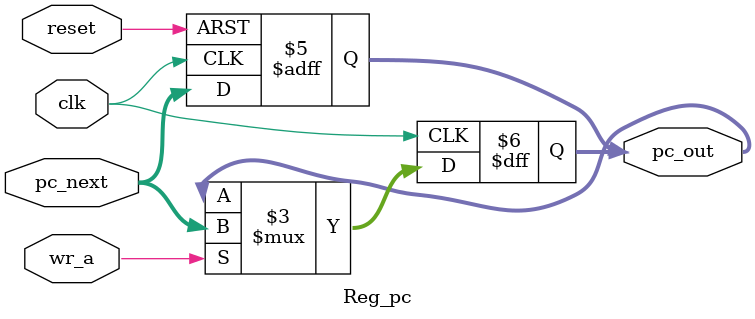
<source format=v>
module Reg (input clk,wr_a ,input [15:0]a, output reg[15:0]out);
always @(posedge clk)
begin
if (wr_a==1)
begin
  out<=a;
  end
end
endmodule
module Reg_not_write (input clk,input [15:0]a, output reg[15:0]out);

always @(posedge clk)
begin
  out<=a;
end

endmodule
////////////// az in reg estefade nashode ast 
module Reg_pc (input clk,reset,wr_a,input [11:0] pc_next, output reg [11:0]pc_out);
  
always @(posedge clk )  
	begin   
	    if(wr_a)
	     begin  
	  
	    
	      pc_out <= pc_next; 
	       end
	 end  
always @(posedge clk or posedge reset)  
	begin   
	    if(reset)  
	    	pc_out<= 12'd0;
	    else  
	      pc_out<= pc_next;  
	 end  
endmodule
</source>
